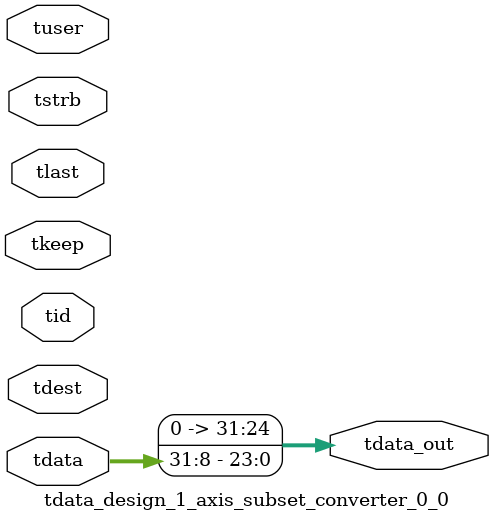
<source format=v>


`timescale 1ps/1ps

module tdata_design_1_axis_subset_converter_0_0 #
(
parameter C_S_AXIS_TDATA_WIDTH = 32,
parameter C_S_AXIS_TUSER_WIDTH = 0,
parameter C_S_AXIS_TID_WIDTH   = 0,
parameter C_S_AXIS_TDEST_WIDTH = 0,
parameter C_M_AXIS_TDATA_WIDTH = 32
)
(
input  [(C_S_AXIS_TDATA_WIDTH == 0 ? 1 : C_S_AXIS_TDATA_WIDTH)-1:0     ] tdata,
input  [(C_S_AXIS_TUSER_WIDTH == 0 ? 1 : C_S_AXIS_TUSER_WIDTH)-1:0     ] tuser,
input  [(C_S_AXIS_TID_WIDTH   == 0 ? 1 : C_S_AXIS_TID_WIDTH)-1:0       ] tid,
input  [(C_S_AXIS_TDEST_WIDTH == 0 ? 1 : C_S_AXIS_TDEST_WIDTH)-1:0     ] tdest,
input  [(C_S_AXIS_TDATA_WIDTH/8)-1:0 ] tkeep,
input  [(C_S_AXIS_TDATA_WIDTH/8)-1:0 ] tstrb,
input                                                                    tlast,
output [C_M_AXIS_TDATA_WIDTH-1:0] tdata_out
);

assign tdata_out = {tdata[31:24],tdata[23:16],tdata[15:8]};

endmodule


</source>
